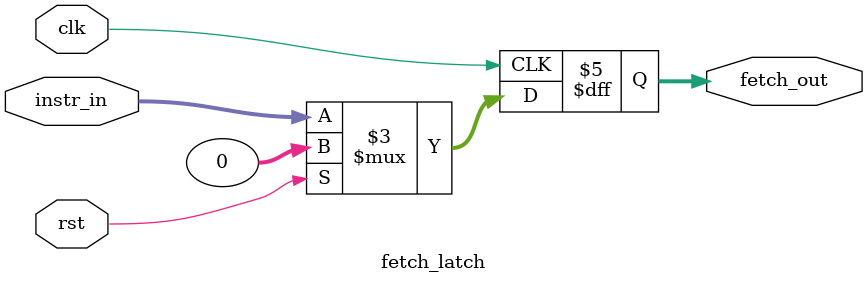
<source format=sv>
module fetch_latch #(
    parameter WIDTH = 32
)(
    input                       clk,
    input                       rst,
    input       [WIDTH-1:0]     instr_in,
    output reg  [WIDTH-1:0]     fetch_out
);

always_ff @(posedge clk) begin
    if(rst) 
        fetch_out <= {WIDTH{1'b0}};
    else
        fetch_out <= instr_in;
end

endmodule
</source>
